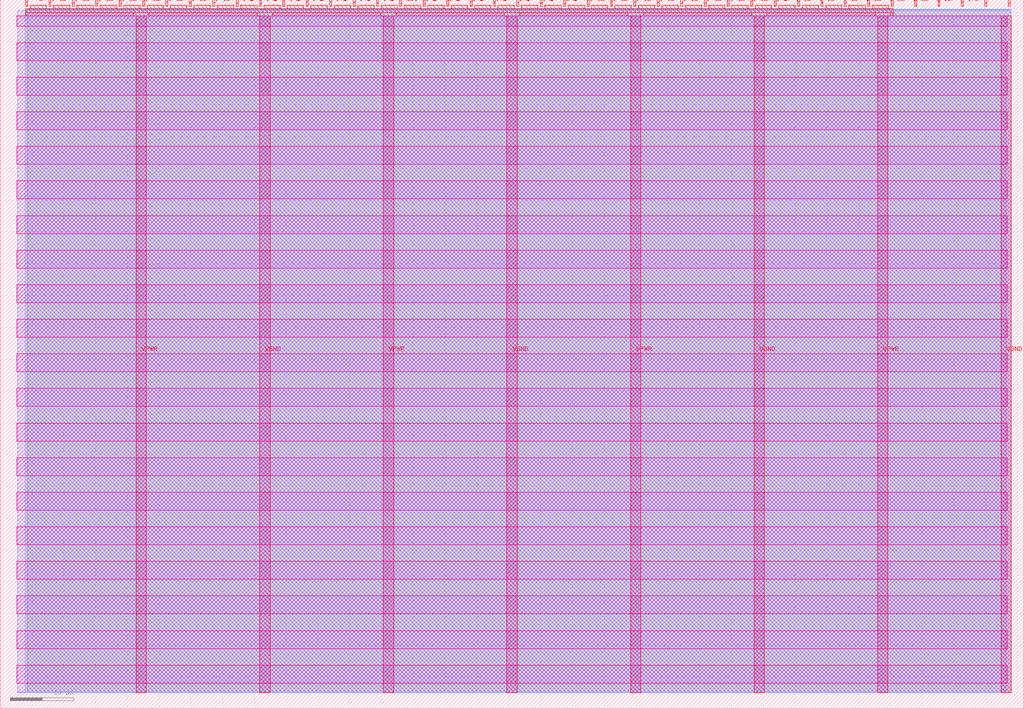
<source format=lef>
VERSION 5.7 ;
  NOWIREEXTENSIONATPIN ON ;
  DIVIDERCHAR "/" ;
  BUSBITCHARS "[]" ;
MACRO tt_um_wokwi_384804985843168257
  CLASS BLOCK ;
  FOREIGN tt_um_wokwi_384804985843168257 ;
  ORIGIN 0.000 0.000 ;
  SIZE 161.000 BY 111.520 ;
  PIN VGND
    DIRECTION INOUT ;
    USE GROUND ;
    PORT
      LAYER met4 ;
        RECT 40.830 2.480 42.430 109.040 ;
    END
    PORT
      LAYER met4 ;
        RECT 79.700 2.480 81.300 109.040 ;
    END
    PORT
      LAYER met4 ;
        RECT 118.570 2.480 120.170 109.040 ;
    END
    PORT
      LAYER met4 ;
        RECT 157.440 2.480 159.040 109.040 ;
    END
  END VGND
  PIN VPWR
    DIRECTION INOUT ;
    USE POWER ;
    PORT
      LAYER met4 ;
        RECT 21.395 2.480 22.995 109.040 ;
    END
    PORT
      LAYER met4 ;
        RECT 60.265 2.480 61.865 109.040 ;
    END
    PORT
      LAYER met4 ;
        RECT 99.135 2.480 100.735 109.040 ;
    END
    PORT
      LAYER met4 ;
        RECT 138.005 2.480 139.605 109.040 ;
    END
  END VPWR
  PIN clk
    DIRECTION INPUT ;
    USE SIGNAL ;
    PORT
      LAYER met4 ;
        RECT 154.870 110.520 155.170 111.520 ;
    END
  END clk
  PIN ena
    DIRECTION INPUT ;
    USE SIGNAL ;
    PORT
      LAYER met4 ;
        RECT 158.550 110.520 158.850 111.520 ;
    END
  END ena
  PIN rst_n
    DIRECTION INPUT ;
    USE SIGNAL ;
    PORT
      LAYER met4 ;
        RECT 151.190 110.520 151.490 111.520 ;
    END
  END rst_n
  PIN ui_in[0]
    DIRECTION INPUT ;
    USE SIGNAL ;
    PORT
      LAYER met4 ;
        RECT 147.510 110.520 147.810 111.520 ;
    END
  END ui_in[0]
  PIN ui_in[1]
    DIRECTION INPUT ;
    USE SIGNAL ;
    PORT
      LAYER met4 ;
        RECT 143.830 110.520 144.130 111.520 ;
    END
  END ui_in[1]
  PIN ui_in[2]
    DIRECTION INPUT ;
    USE SIGNAL ;
    ANTENNAGATEAREA 0.196500 ;
    PORT
      LAYER met4 ;
        RECT 140.150 110.520 140.450 111.520 ;
    END
  END ui_in[2]
  PIN ui_in[3]
    DIRECTION INPUT ;
    USE SIGNAL ;
    ANTENNAGATEAREA 0.196500 ;
    PORT
      LAYER met4 ;
        RECT 136.470 110.520 136.770 111.520 ;
    END
  END ui_in[3]
  PIN ui_in[4]
    DIRECTION INPUT ;
    USE SIGNAL ;
    PORT
      LAYER met4 ;
        RECT 132.790 110.520 133.090 111.520 ;
    END
  END ui_in[4]
  PIN ui_in[5]
    DIRECTION INPUT ;
    USE SIGNAL ;
    PORT
      LAYER met4 ;
        RECT 129.110 110.520 129.410 111.520 ;
    END
  END ui_in[5]
  PIN ui_in[6]
    DIRECTION INPUT ;
    USE SIGNAL ;
    ANTENNAGATEAREA 0.196500 ;
    PORT
      LAYER met4 ;
        RECT 125.430 110.520 125.730 111.520 ;
    END
  END ui_in[6]
  PIN ui_in[7]
    DIRECTION INPUT ;
    USE SIGNAL ;
    ANTENNAGATEAREA 0.196500 ;
    PORT
      LAYER met4 ;
        RECT 121.750 110.520 122.050 111.520 ;
    END
  END ui_in[7]
  PIN uio_in[0]
    DIRECTION INPUT ;
    USE SIGNAL ;
    PORT
      LAYER met4 ;
        RECT 118.070 110.520 118.370 111.520 ;
    END
  END uio_in[0]
  PIN uio_in[1]
    DIRECTION INPUT ;
    USE SIGNAL ;
    PORT
      LAYER met4 ;
        RECT 114.390 110.520 114.690 111.520 ;
    END
  END uio_in[1]
  PIN uio_in[2]
    DIRECTION INPUT ;
    USE SIGNAL ;
    PORT
      LAYER met4 ;
        RECT 110.710 110.520 111.010 111.520 ;
    END
  END uio_in[2]
  PIN uio_in[3]
    DIRECTION INPUT ;
    USE SIGNAL ;
    PORT
      LAYER met4 ;
        RECT 107.030 110.520 107.330 111.520 ;
    END
  END uio_in[3]
  PIN uio_in[4]
    DIRECTION INPUT ;
    USE SIGNAL ;
    PORT
      LAYER met4 ;
        RECT 103.350 110.520 103.650 111.520 ;
    END
  END uio_in[4]
  PIN uio_in[5]
    DIRECTION INPUT ;
    USE SIGNAL ;
    PORT
      LAYER met4 ;
        RECT 99.670 110.520 99.970 111.520 ;
    END
  END uio_in[5]
  PIN uio_in[6]
    DIRECTION INPUT ;
    USE SIGNAL ;
    PORT
      LAYER met4 ;
        RECT 95.990 110.520 96.290 111.520 ;
    END
  END uio_in[6]
  PIN uio_in[7]
    DIRECTION INPUT ;
    USE SIGNAL ;
    PORT
      LAYER met4 ;
        RECT 92.310 110.520 92.610 111.520 ;
    END
  END uio_in[7]
  PIN uio_oe[0]
    DIRECTION OUTPUT TRISTATE ;
    USE SIGNAL ;
    PORT
      LAYER met4 ;
        RECT 29.750 110.520 30.050 111.520 ;
    END
  END uio_oe[0]
  PIN uio_oe[1]
    DIRECTION OUTPUT TRISTATE ;
    USE SIGNAL ;
    PORT
      LAYER met4 ;
        RECT 26.070 110.520 26.370 111.520 ;
    END
  END uio_oe[1]
  PIN uio_oe[2]
    DIRECTION OUTPUT TRISTATE ;
    USE SIGNAL ;
    PORT
      LAYER met4 ;
        RECT 22.390 110.520 22.690 111.520 ;
    END
  END uio_oe[2]
  PIN uio_oe[3]
    DIRECTION OUTPUT TRISTATE ;
    USE SIGNAL ;
    PORT
      LAYER met4 ;
        RECT 18.710 110.520 19.010 111.520 ;
    END
  END uio_oe[3]
  PIN uio_oe[4]
    DIRECTION OUTPUT TRISTATE ;
    USE SIGNAL ;
    PORT
      LAYER met4 ;
        RECT 15.030 110.520 15.330 111.520 ;
    END
  END uio_oe[4]
  PIN uio_oe[5]
    DIRECTION OUTPUT TRISTATE ;
    USE SIGNAL ;
    PORT
      LAYER met4 ;
        RECT 11.350 110.520 11.650 111.520 ;
    END
  END uio_oe[5]
  PIN uio_oe[6]
    DIRECTION OUTPUT TRISTATE ;
    USE SIGNAL ;
    PORT
      LAYER met4 ;
        RECT 7.670 110.520 7.970 111.520 ;
    END
  END uio_oe[6]
  PIN uio_oe[7]
    DIRECTION OUTPUT TRISTATE ;
    USE SIGNAL ;
    PORT
      LAYER met4 ;
        RECT 3.990 110.520 4.290 111.520 ;
    END
  END uio_oe[7]
  PIN uio_out[0]
    DIRECTION OUTPUT TRISTATE ;
    USE SIGNAL ;
    PORT
      LAYER met4 ;
        RECT 59.190 110.520 59.490 111.520 ;
    END
  END uio_out[0]
  PIN uio_out[1]
    DIRECTION OUTPUT TRISTATE ;
    USE SIGNAL ;
    PORT
      LAYER met4 ;
        RECT 55.510 110.520 55.810 111.520 ;
    END
  END uio_out[1]
  PIN uio_out[2]
    DIRECTION OUTPUT TRISTATE ;
    USE SIGNAL ;
    PORT
      LAYER met4 ;
        RECT 51.830 110.520 52.130 111.520 ;
    END
  END uio_out[2]
  PIN uio_out[3]
    DIRECTION OUTPUT TRISTATE ;
    USE SIGNAL ;
    PORT
      LAYER met4 ;
        RECT 48.150 110.520 48.450 111.520 ;
    END
  END uio_out[3]
  PIN uio_out[4]
    DIRECTION OUTPUT TRISTATE ;
    USE SIGNAL ;
    PORT
      LAYER met4 ;
        RECT 44.470 110.520 44.770 111.520 ;
    END
  END uio_out[4]
  PIN uio_out[5]
    DIRECTION OUTPUT TRISTATE ;
    USE SIGNAL ;
    PORT
      LAYER met4 ;
        RECT 40.790 110.520 41.090 111.520 ;
    END
  END uio_out[5]
  PIN uio_out[6]
    DIRECTION OUTPUT TRISTATE ;
    USE SIGNAL ;
    PORT
      LAYER met4 ;
        RECT 37.110 110.520 37.410 111.520 ;
    END
  END uio_out[6]
  PIN uio_out[7]
    DIRECTION OUTPUT TRISTATE ;
    USE SIGNAL ;
    PORT
      LAYER met4 ;
        RECT 33.430 110.520 33.730 111.520 ;
    END
  END uio_out[7]
  PIN uo_out[0]
    DIRECTION OUTPUT TRISTATE ;
    USE SIGNAL ;
    ANTENNADIFFAREA 0.445500 ;
    PORT
      LAYER met4 ;
        RECT 88.630 110.520 88.930 111.520 ;
    END
  END uo_out[0]
  PIN uo_out[1]
    DIRECTION OUTPUT TRISTATE ;
    USE SIGNAL ;
    ANTENNADIFFAREA 0.445500 ;
    PORT
      LAYER met4 ;
        RECT 84.950 110.520 85.250 111.520 ;
    END
  END uo_out[1]
  PIN uo_out[2]
    DIRECTION OUTPUT TRISTATE ;
    USE SIGNAL ;
    ANTENNADIFFAREA 0.795200 ;
    PORT
      LAYER met4 ;
        RECT 81.270 110.520 81.570 111.520 ;
    END
  END uo_out[2]
  PIN uo_out[3]
    DIRECTION OUTPUT TRISTATE ;
    USE SIGNAL ;
    ANTENNADIFFAREA 0.445500 ;
    PORT
      LAYER met4 ;
        RECT 77.590 110.520 77.890 111.520 ;
    END
  END uo_out[3]
  PIN uo_out[4]
    DIRECTION OUTPUT TRISTATE ;
    USE SIGNAL ;
    ANTENNADIFFAREA 0.445500 ;
    PORT
      LAYER met4 ;
        RECT 73.910 110.520 74.210 111.520 ;
    END
  END uo_out[4]
  PIN uo_out[5]
    DIRECTION OUTPUT TRISTATE ;
    USE SIGNAL ;
    ANTENNADIFFAREA 0.445500 ;
    PORT
      LAYER met4 ;
        RECT 70.230 110.520 70.530 111.520 ;
    END
  END uo_out[5]
  PIN uo_out[6]
    DIRECTION OUTPUT TRISTATE ;
    USE SIGNAL ;
    ANTENNADIFFAREA 0.445500 ;
    PORT
      LAYER met4 ;
        RECT 66.550 110.520 66.850 111.520 ;
    END
  END uo_out[6]
  PIN uo_out[7]
    DIRECTION OUTPUT TRISTATE ;
    USE SIGNAL ;
    ANTENNADIFFAREA 0.445500 ;
    PORT
      LAYER met4 ;
        RECT 62.870 110.520 63.170 111.520 ;
    END
  END uo_out[7]
  OBS
      LAYER nwell ;
        RECT 2.570 107.385 158.430 108.990 ;
        RECT 2.570 101.945 158.430 104.775 ;
        RECT 2.570 96.505 158.430 99.335 ;
        RECT 2.570 91.065 158.430 93.895 ;
        RECT 2.570 85.625 158.430 88.455 ;
        RECT 2.570 80.185 158.430 83.015 ;
        RECT 2.570 74.745 158.430 77.575 ;
        RECT 2.570 69.305 158.430 72.135 ;
        RECT 2.570 63.865 158.430 66.695 ;
        RECT 2.570 58.425 158.430 61.255 ;
        RECT 2.570 52.985 158.430 55.815 ;
        RECT 2.570 47.545 158.430 50.375 ;
        RECT 2.570 42.105 158.430 44.935 ;
        RECT 2.570 36.665 158.430 39.495 ;
        RECT 2.570 31.225 158.430 34.055 ;
        RECT 2.570 25.785 158.430 28.615 ;
        RECT 2.570 20.345 158.430 23.175 ;
        RECT 2.570 14.905 158.430 17.735 ;
        RECT 2.570 9.465 158.430 12.295 ;
        RECT 2.570 4.025 158.430 6.855 ;
      LAYER li1 ;
        RECT 2.760 2.635 158.240 108.885 ;
      LAYER met1 ;
        RECT 2.760 2.480 159.040 109.780 ;
      LAYER met2 ;
        RECT 4.230 2.535 159.010 110.005 ;
      LAYER met3 ;
        RECT 3.950 2.555 159.030 109.985 ;
      LAYER met4 ;
        RECT 4.690 110.120 7.270 110.650 ;
        RECT 8.370 110.120 10.950 110.650 ;
        RECT 12.050 110.120 14.630 110.650 ;
        RECT 15.730 110.120 18.310 110.650 ;
        RECT 19.410 110.120 21.990 110.650 ;
        RECT 23.090 110.120 25.670 110.650 ;
        RECT 26.770 110.120 29.350 110.650 ;
        RECT 30.450 110.120 33.030 110.650 ;
        RECT 34.130 110.120 36.710 110.650 ;
        RECT 37.810 110.120 40.390 110.650 ;
        RECT 41.490 110.120 44.070 110.650 ;
        RECT 45.170 110.120 47.750 110.650 ;
        RECT 48.850 110.120 51.430 110.650 ;
        RECT 52.530 110.120 55.110 110.650 ;
        RECT 56.210 110.120 58.790 110.650 ;
        RECT 59.890 110.120 62.470 110.650 ;
        RECT 63.570 110.120 66.150 110.650 ;
        RECT 67.250 110.120 69.830 110.650 ;
        RECT 70.930 110.120 73.510 110.650 ;
        RECT 74.610 110.120 77.190 110.650 ;
        RECT 78.290 110.120 80.870 110.650 ;
        RECT 81.970 110.120 84.550 110.650 ;
        RECT 85.650 110.120 88.230 110.650 ;
        RECT 89.330 110.120 91.910 110.650 ;
        RECT 93.010 110.120 95.590 110.650 ;
        RECT 96.690 110.120 99.270 110.650 ;
        RECT 100.370 110.120 102.950 110.650 ;
        RECT 104.050 110.120 106.630 110.650 ;
        RECT 107.730 110.120 110.310 110.650 ;
        RECT 111.410 110.120 113.990 110.650 ;
        RECT 115.090 110.120 117.670 110.650 ;
        RECT 118.770 110.120 121.350 110.650 ;
        RECT 122.450 110.120 125.030 110.650 ;
        RECT 126.130 110.120 128.710 110.650 ;
        RECT 129.810 110.120 132.390 110.650 ;
        RECT 133.490 110.120 136.070 110.650 ;
        RECT 137.170 110.120 139.750 110.650 ;
        RECT 3.975 109.440 140.465 110.120 ;
        RECT 3.975 108.975 20.995 109.440 ;
        RECT 23.395 108.975 40.430 109.440 ;
        RECT 42.830 108.975 59.865 109.440 ;
        RECT 62.265 108.975 79.300 109.440 ;
        RECT 81.700 108.975 98.735 109.440 ;
        RECT 101.135 108.975 118.170 109.440 ;
        RECT 120.570 108.975 137.605 109.440 ;
        RECT 140.005 108.975 140.465 109.440 ;
  END
END tt_um_wokwi_384804985843168257
END LIBRARY


</source>
